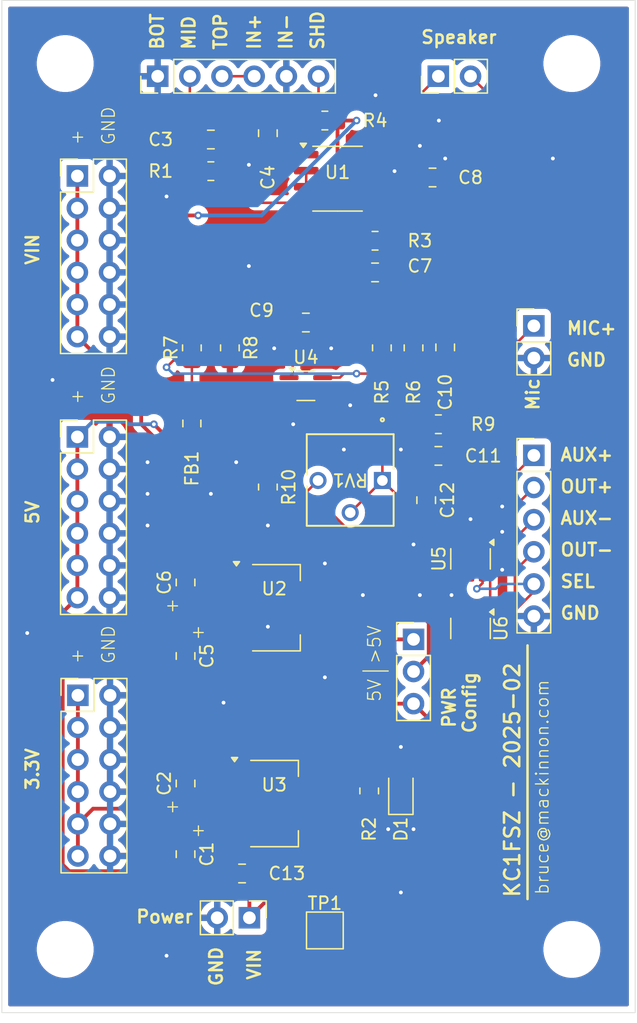
<source format=kicad_pcb>
(kicad_pcb (version 20240108) (generator "pcbnew") (generator_version "8.0")
  (title_block (title "Utility Board 1") (date "2025-02-17") (rev "2") (company "Bruce MacKinnon KC1FSZ") (comment 1 "Copyright (C) Bruce MacKinnon, 2025") (comment 2 "NOT FOR COMMERCIAL USE"))
  (layers (0 "F.Cu" signal) (31 "B.Cu" signal) (34 "B.Paste" user) (35 "F.Paste" user) (36 "B.SilkS" user "B.Silkscreen") (37 "F.SilkS" user "F.Silkscreen") (38 "B.Mask" user) (39 "F.Mask" user) (44 "Edge.Cuts" user))
  (net 0 "")
  (net 1 "+5V")
  (net 2 "GND")
  (net 3 "+3V3")
  (net 4 "Net-(J5-Pin_2)")
  (net 5 "Net-(C3-Pad2)")
  (net 6 "Net-(U1-+IN)")
  (net 7 "+BATT")
  (net 8 "Net-(J2-Pin_1)")
  (net 9 "Net-(J4-Pin_2)")
  (net 10 "Net-(U1--IN)")
  (net 11 "Net-(U4-IN+)")
  (net 12 "Net-(J6-Pin_1)")
  (net 13 "Net-(C10-Pad2)")
  (net 14 "Net-(C11-Pad2)")
  (net 15 "Net-(U4-IN-)")
  (net 16 "AI_OUT")
  (net 17 "Net-(D1-A)")
  (net 18 "+5VA")
  (net 19 "Net-(J4-Pin_1)")
  (net 20 "Net-(R10-Pad2)")
  (net 21 "Net-(J5-Pin_3)")
  (net 22 "Net-(J5-Pin_6)")
  (net 23 "AUX_SEL")
  (net 24 "AUX+")
  (net 25 "OUT+")
  (net 26 "OUT-")
  (net 27 "AUX-")
  (footprint "Capacitor_SMD:C_0805_2012Metric_Pad1.18x1.45mm_HandSolder" (layer "F.Cu") (at 136 99 -90)
    (property "Reference" "C12")
    (property "Value" "100pF")
  )
  (footprint "bruce-footprints:CPOL_0805_2012Metric_Pad1.18x1.45mm_HandSolder" (layer "F.Cu") (at 117 126.975 -90)
    (property "Reference" "C1")
    (property "Value" "10u")
  )
  (footprint "Connector_PinHeader_2.54mm:PinHeader_1x06_P2.54mm_Vertical" (layer "F.Cu") (at 114.8 65.5 90)
    (property "Reference" "J5" (hide yes))
    (property "Value" "Conn_01x06")
  )
  (footprint "Resistor_SMD:R_0805_2012Metric_Pad1.20x1.40mm_HandSolder" (layer "F.Cu") (at 119 73)
    (property "Reference" "R1")
    (property "Value" "20k")
  )
  (footprint "Resistor_SMD:R_0805_2012Metric_Pad1.20x1.40mm_HandSolder" (layer "F.Cu") (at 131.5 121.975 90)
    (property "Reference" "R2")
    (property "Value" "100")
  )
  (footprint "Resistor_SMD:R_0805_2012Metric_Pad1.20x1.40mm_HandSolder" (layer "F.Cu") (at 128 69 180)
    (property "Reference" "R4")
    (property "Value" "1k")
  )
  (footprint "Connector_PinHeader_2.54mm:PinHeader_1x06_P2.54mm_Vertical" (layer "F.Cu") (at 144.5 95.46)
    (property "Reference" "J3" (hide yes))
    (property "Value" "Conn_01x06")
  )
  (footprint "Capacitor_SMD:C_0805_2012Metric_Pad1.18x1.45mm_HandSolder" (layer "F.Cu") (at 126.5 84.9625 180)
    (property "Reference" "C9")
    (property "Value" "0.01uF")
  )
  (footprint "Inductor_SMD:L_0805_2012Metric_Pad1.15x1.40mm_HandSolder" (layer "F.Cu") (at 117.5 92.9375 90)
    (property "Reference" "FB1")
    (property "Value" "FerriteBead")
  )
  (footprint "Resistor_SMD:R_0805_2012Metric_Pad1.20x1.40mm_HandSolder" (layer "F.Cu") (at 136.9625 93)
    (property "Reference" "R9")
    (property "Value" "1k")
  )
  (footprint "Capacitor_SMD:C_0805_2012Metric_Pad1.18x1.45mm_HandSolder" (layer "F.Cu") (at 136.9625 95.5 180)
    (property "Reference" "C11")
    (property "Value" "10uF")
  )
  (footprint "MountingHole:MountingHole_4mm" (layer "F.Cu") (at 147.5 134.5)
    (property "Reference" "H4" (hide yes))
    (property "Value" "MountingHole")
  )
  (footprint "Capacitor_SMD:C_0805_2012Metric_Pad1.18x1.45mm_HandSolder" (layer "F.Cu") (at 136.5 73.5)
    (property "Reference" "C8")
    (property "Value" "0.1uF")
  )
  (footprint "bruce-footprints:CPOL_0805_2012Metric_Pad1.18x1.45mm_HandSolder" (layer "F.Cu") (at 117 121.386 90)
    (property "Reference" "C2")
    (property "Value" "10u")
  )
  (footprint "Connector_PinHeader_2.54mm:PinHeader_2x06_P2.54mm_Vertical" (layer "F.Cu") (at 108.5 114.42)
    (property "Reference" "J8" (hide yes))
    (property "Value" "3.3V")
  )
  (footprint "Connector_PinHeader_2.54mm:PinHeader_1x03_P2.54mm_Vertical" (layer "F.Cu") (at 135 110)
    (property "Reference" "J2" (hide yes))
    (property "Value" "Conn_01x03")
  )
  (footprint "bruce-footprints:CPOL_0805_2012Metric_Pad1.18x1.45mm_HandSolder" (layer "F.Cu") (at 117 105.5 90)
    (property "Reference" "C6")
    (property "Value" "10u")
  )
  (footprint "Resistor_SMD:R_0805_2012Metric_Pad1.20x1.40mm_HandSolder" (layer "F.Cu") (at 132.5 86.9625 90)
    (property "Reference" "R5")
    (property "Value" "1k")
  )
  (footprint "Connector_PinHeader_2.54mm:PinHeader_2x06_P2.54mm_Vertical" (layer "F.Cu") (at 108.46 73.38)
    (property "Reference" "J9" (hide yes))
    (property "Value" "BATT")
  )
  (footprint "Resistor_SMD:R_0805_2012Metric_Pad1.20x1.40mm_HandSolder" (layer "F.Cu") (at 135 86.9625 -90)
    (property "Reference" "R6")
    (property "Value" "1k")
  )
  (footprint "Connector_PinHeader_2.54mm:PinHeader_1x02_P2.54mm_Vertical" (layer "F.Cu") (at 144.5 85.225)
    (property "Reference" "J6" (hide yes))
    (property "Value" "Conn_01x02")
  )
  (footprint "Connector_PinHeader_2.54mm:PinHeader_1x02_P2.54mm_Vertical" (layer "F.Cu") (at 122.04 132 -90)
    (property "Reference" "J1" (hide yes))
    (property "Value" "Conn_01x02")
  )
  (footprint "Package_TO_SOT_SMD:SOT-23-6" (layer "F.Cu") (at 139.5 103.6375 -90)
    (property "Reference" "U5")
    (property "Value" "TS5A3159ADBVR")
  )
  (footprint "Capacitor_SMD:C_0805_2012Metric_Pad1.18x1.45mm_HandSolder" (layer "F.Cu") (at 123.5 70 90)
    (property "Reference" "C4")
    (property "Value" "1.0uF")
  )
  (footprint "Resistor_SMD:R_0805_2012Metric_Pad1.20x1.40mm_HandSolder" (layer "F.Cu") (at 123.5 97.9625 -90)
    (property "Reference" "R10")
    (property "Value" "22k")
  )
  (footprint "Capacitor_SMD:C_0805_2012Metric_Pad1.18x1.45mm_HandSolder" (layer "F.Cu") (at 119 70.5 180)
    (property "Reference" "C3")
    (property "Value" "0.39uF")
  )
  (footprint "Resistor_SMD:R_0805_2012Metric_Pad1.20x1.40mm_HandSolder" (layer "F.Cu") (at 120.5 86.9625 -90)
    (property "Reference" "R8")
    (property "Value" "1M")
  )
  (footprint "Resistor_SMD:R_0805_2012Metric_Pad1.20x1.40mm_HandSolder" (layer "F.Cu") (at 131.9625 78.5)
    (property "Reference" "R3")
    (property "Value" "20k")
  )
  (footprint "Capacitor_SMD:C_0805_2012Metric_Pad1.18x1.45mm_HandSolder" (layer "F.Cu") (at 121.4625 128.5)
    (property "Reference" "C13")
    (property "Value" "0.1uF")
  )
  (footprint "Resistor_SMD:R_0805_2012Metric_Pad1.20x1.40mm_HandSolder" (layer "F.Cu") (at 117.5 86.9625 90)
    (property "Reference" "R7")
    (property "Value" "1M")
  )
  (footprint "TestPoint:TestPoint_Pad_2.5x2.5mm" (layer "F.Cu") (at 128 133)
    (property "Reference" "TP1")
    (property "Value" "TestPoint")
  )
  (footprint "bruce-footprints:CPOL_0805_2012Metric_Pad1.18x1.45mm_HandSolder" (layer "F.Cu") (at 117 111.314 -90)
    (property "Reference" "C5")
    (property "Value" "10u")
  )
  (footprint "Connector_PinHeader_2.54mm:PinHeader_2x06_P2.54mm_Vertical" (layer "F.Cu") (at 108.46 94)
    (property "Reference" "J7" (hide yes))
    (property "Value" "5V")
  )
  (footprint "MountingHole:MountingHole_4mm" (layer "F.Cu") (at 107.5 134.5)
    (property "Reference" "H3" (hide yes))
    (property "Value" "MountingHole")
  )
  (footprint "Capacitor_SMD:C_0805_2012Metric_Pad1.18x1.45mm_HandSolder" (layer "F.Cu") (at 137.5 86.925 90)
    (property "Reference" "C10")
    (property "Value" "0.1uF")
  )
  (footprint "bruce-footprints:POT_3362P" (layer "F.Cu") (at 132.54 97.4451 180)
    (property "Reference" "RV1")
    (property "Value" "100k")
  )
  (footprint "LED_SMD:LED_0805_2012Metric_Pad1.15x1.40mm_HandSolder" (layer "F.Cu") (at 134 121.975 90)
    (property "Reference" "D1")
    (property "Value" "Red")
  )
  (footprint "Package_TO_SOT_SMD:SOT-223-3_TabPin2" (layer "F.Cu") (at 124 122.975)
    (property "Reference" "U3")
    (property "Value" "NCP1117-3.3_SOT223")
  )
  (footprint "Package_TO_SOT_SMD:SOT-223-3_TabPin2" (layer "F.Cu") (at 124.15 107.5)
    (property "Reference" "U2")
    (property "Value" "NCP1117-5.0_SOT223")
  )
  (footprint "Package_TO_SOT_SMD:SOT-353_SC-70-5_Handsoldering" (layer "F.Cu") (at 126.5 89.9625)
    (property "Reference" "U4")
    (property "Value" "MAX4466EXK")
  )
  (footprint "MountingHole:MountingHole_4mm" (layer "F.Cu") (at 147.5 64.5)
    (property "Reference" "H2" (hide yes))
    (property "Value" "MountingHole")
  )
  (footprint "Package_SO:SOIC-8_3.9x4.9mm_P1.27mm" (layer "F.Cu") (at 129 73.595)
    (property "Reference" "U1")
    (property "Value" "~")
  )
  (footprint "MountingHole:MountingHole_4mm" (layer "F.Cu") (at 107.5 64.5)
    (property "Reference" "H1" (hide yes))
    (property "Value" "MountingHole")
  )
  (footprint "Capacitor_SMD:C_0805_2012Metric_Pad1.18x1.45mm_HandSolder" (layer "F.Cu") (at 131.9625 81 180)
    (property "Reference" "C7")
    (property "Value" "NC")
  )
  (footprint "Connector_PinHeader_2.54mm:PinHeader_1x02_P2.54mm_Vertical" (layer "F.Cu") (at 136.96 65.5 90)
    (property "Reference" "J4" (hide yes))
    (property "Value" "Conn_01x02")
  )
  (footprint "Package_TO_SOT_SMD:SOT-23-6" (layer "F.Cu") (at 139.5 109.1375 -90)
    (property "Reference" "U6")
    (property "Value" "TS5A3159ADBVR")
  )
  (gr_line (start 144 130.52) (end 144 110.48) (stroke (width 0.2)) (layer "F.SilkS"))
  (gr_line (start 131 112.5) (end 133 112.5) (stroke (width 0.1)) (layer "F.SilkS"))
  (gr_rect (start 102.5 59.5) (end 152.5 139.5) (stroke (width 0.05)) (fill none) (layer "Edge.Cuts"))
  (gr_text "SEL" (at 146.5 106 0) (layer "F.SilkS") (effects (font (size 1 1) (thickness 0.2) (bold yes)) (justify left bottom)))
  (gr_text "AUX+" (at 146.5 96 0) (layer "F.SilkS") (effects (font (size 1 1) (thickness 0.2) (bold yes)) (justify left bottom)))
  (gr_text "GND" (at 147 88.5 0) (layer "F.SilkS") (effects (font (size 1 1) (thickness 0.2) (bold yes)) (justify left bottom)))
  (gr_text "BOT" (at 115.34 63.5 90) (layer "F.SilkS") (effects (font (size 1 1) (thickness 0.2) (bold yes)) (justify left bottom)))
  (gr_text "VIN" (at 123 137 90) (layer "F.SilkS") (effects (font (size 1 1) (thickness 0.2) (bold yes)) (justify left bottom)))
  (gr_text "+" (at 109 112 90) (layer "F.SilkS") (effects (font (size 1 1) (thickness 0.1)) (justify left bottom)))
  (gr_text "SHD" (at 128 63.5 90) (layer "F.SilkS") (effects (font (size 1 1) (thickness 0.2) (bold yes)) (justify left bottom)))
  (gr_text "TOP" (at 120.34 63.5 90) (layer "F.SilkS") (effects (font (size 1 1) (thickness 0.2) (bold yes)) (justify left bottom)))
  (gr_text "KC1FSZ - 2025-02" (at 143.5 130.5 90) (layer "F.SilkS") (effects (font (size 1.2 1.2) (thickness 0.2) (bold yes)) (justify left bottom)))
  (gr_text "5V" (at 132.5 115 90) (layer "F.SilkS") (effects (font (size 1 1) (thickness 0.1)) (justify left bottom)))
  (gr_text "PWR \nConfig" (at 140 115 90) (layer "F.SilkS") (effects (font (size 1 1) (thickness 0.2) (bold yes)) (justify bottom)))
  (gr_text "Power" (at 113 132.5 0) (layer "F.SilkS") (effects (font (size 1 1) (thickness 0.2) (bold yes)) (justify left bottom)))
  (gr_text "GND" (at 146.5 108.5 0) (layer "F.SilkS") (effects (font (size 1 1) (thickness 0.2) (bold yes)) (justify left bottom)))
  (gr_text "3.3V" (at 105.5 122 90) (layer "F.SilkS") (effects (font (size 1 1) (thickness 0.2) (bold yes)) (justify left bottom)))
  (gr_text "MIC+" (at 147 86 0) (layer "F.SilkS") (effects (font (size 1 1) (thickness 0.2) (bold yes)) (justify left bottom)))
  (gr_text "VIN" (at 105.5 80.5 90) (layer "F.SilkS") (effects (font (size 1 1) (thickness 0.2) (bold yes)) (justify left bottom)))
  (gr_text ">5V" (at 132.5 112 90) (layer "F.SilkS") (effects (font (size 1 1) (thickness 0.1)) (justify left bottom)))
  (gr_text "IN+" (at 123 63.5 90) (layer "F.SilkS") (effects (font (size 1 1) (thickness 0.2) (bold yes)) (justify left bottom)))
  (gr_text "OUT-" (at 146.5 103.5 0) (layer "F.SilkS") (effects (font (size 1 1) (thickness 0.2) (bold yes)) (justify left bottom)))
  (gr_text "5V" (at 105.5 101 90) (layer "F.SilkS") (effects (font (size 1 1) (thickness 0.2) (bold yes)) (justify left bottom)))
  (gr_text "GND" (at 111.5 71 90) (layer "F.SilkS") (effects (font (size 1 1) (thickness 0.1)) (justify left bottom)))
  (gr_text "GND" (at 111.5 112 90) (layer "F.SilkS") (effects (font (size 1 1) (thickness 0.1)) (justify left bottom)))
  (gr_text "GND" (at 120 137.5 90) (layer "F.SilkS") (effects (font (size 1 1) (thickness 0.2) (bold yes)) (justify left bottom)))
  (gr_text "Speaker" (at 135.5 63 0) (layer "F.SilkS") (effects (font (size 1 1) (thickness 0.2) (bold yes)) (justify left bottom)))
  (gr_text "MID" (at 117.84 63.5 90) (layer "F.SilkS") (effects (font (size 1 1) (thickness 0.2) (bold yes)) (justify left bottom)))
  (gr_text "Mic" (at 145 92 90) (layer "F.SilkS") (effects (font (size 1 1) (thickness 0.2) (bold yes)) (justify left bottom)))
  (gr_text "OUT+" (at 146.5 98.5 0) (layer "F.SilkS") (effects (font (size 1 1) (thickness 0.2) (bold yes)) (justify left bottom)))
  (gr_text "bruce@mackinnon.com" (at 145.75 130.25 90) (layer "F.SilkS") (effects (font (size 1 1) (thickness 0.1)) (justify left bottom)))
  (gr_text "IN-" (at 125.5 63.5 90) (layer "F.SilkS") (effects (font (size 1 1) (thickness 0.2) (bold yes)) (justify left bottom)))
  (gr_text "AUX-" (at 146.5 101 0) (layer "F.SilkS") (effects (font (size 1 1) (thickness 0.2) (bold yes)) (justify left bottom)))
  (gr_text "+" (at 109 91.5 90) (layer "F.SilkS") (effects (font (size 1 1) (thickness 0.1)) (justify left bottom)))
  (gr_text "GND" (at 111.5 91.5 90) (layer "F.SilkS") (effects (font (size 1 1) (thickness 0.1)) (justify left bottom)))
  (gr_text "+" (at 109 71 90) (layer "F.SilkS") (effects (font (size 1 1) (thickness 0.1)) (justify left bottom)))
  (segment (start 120.85 125.275) (end 120.85 125.15) (width 0.3) (layer "F.Cu") (net 1))
  (segment (start 117.5 101.5) (end 117.5 93.9625) (width 0.3) (layer "F.Cu") (net 1))
  (segment (start 107.3 107.86) (end 108.46 106.7) (width 0.3) (layer "F.Cu") (net 1))
  (segment (start 114.541 128.32) (end 107.82 128.32) (width 0.3) (layer "F.Cu") (net 1))
  (segment (start 130 102.5) (end 118.5 102.5) (width 0.3) (layer "F.Cu") (net 1))
  (segment (start 136.2 108.7) (end 130 102.5) (width 0.3) (layer "F.Cu") (net 1))
  (segment (start 117 125.861) (end 114.541 128.32) (width 0.3) (layer "F.Cu") (net 1))
  (segment (start 113.5 89.9625) (end 113.5 80) (width 0.3) (layer "F.Cu") (net 1))
  (segment (start 107.82 128.32) (end 107.3 127.8) (width 0.3) (layer "F.Cu") (net 1))
  (segment (start 108.46 106.7) (end 108.46 104.16) (width 0.3) (layer "F.Cu") (net 1))
  (segment (start 108.46 101.62) (end 108.46 99.08) (width 0.3) (layer "F.Cu") (net 1))
  (segment (start 131.475 74.23) (end 130.500001 74.23) (width 0.3) (layer "F.Cu") (net 1))
  (segment (start 117 125.861) (end 120.264 125.861) (width 0.3) (layer "F.Cu") (net 1))
  (segment (start 120.264 125.861) (end 120.85 125.275) (width 0.3) (layer "F.Cu") (net 1))
  (segment (start 120.85 125.275) (end 120.85 125.000306) (width 0.3) (layer "F.Cu") (net 1))
  (segment (start 108.46 104.16) (end 108.46 101.62) (width 0.3) (layer "F.Cu") (net 1))
  (segment (start 117.5 93.9625) (end 113.5 89.9625) (width 0.3) (layer "F.Cu") (net 1))
  (segment (start 131.475 74.23) (end 134.7325 74.23) (width 0.3) (layer "F.Cu") (net 1))
  (segment (start 129 72.729999) (end 129 69) (width 0.3) (layer "F.Cu") (net 1))
  (segment (start 118 76.5) (end 117 76.5) (width 0.3) (layer "F.Cu") (net 1))
  (segment (start 131.058738 74.23) (end 131.475 74.23) (width 0.3) (layer "F.Cu") (net 1))
  (segment (start 117.26875 93.73125) (end 115.23125 93.73125) (width 0.3) (layer "F.Cu") (net 1))
  (segment (start 129 69) (end 130.5 69) (width 0.3) (layer "F.Cu") (net 1))
  (segment (start 134.7325 74.23) (end 135.4625 73.5) (width 0.3) (layer "F.Cu") (net 1))
  (segment (start 113.5 80) (end 117 76.5) (width 0.3) (layer "F.Cu") (net 1))
  (segment (start 117.5 93.9625) (end 117.26875 93.73125) (width 0.3) (layer "F.Cu") (net 1))
  (segment (start 130.500001 74.23) (end 129 72.729999) (width 0.3) (layer "F.Cu") (net 1))
  (segment (start 135 112.54) (end 136.2 111.34) (width 0.3) (layer "F.Cu") (net 1))
  (segment (start 115.23125 93.73125) (end 114.5 93) (width 0.3) (layer "F.Cu") (net 1))
  (segment (start 118.5 102.5) (end 117.5 101.5) (width 0.3) (layer "F.Cu") (net 1))
  (segment (start 108.46 99.08) (end 108.46 96.54) (width 0.3) (layer "F.Cu") (net 1))
  (segment (start 108.46 96.54) (end 108.46 94) (width 0.3) (layer "F.Cu") (net 1))
  (segment (start 136.2 111.34) (end 136.2 108.7) (width 0.3) (layer "F.Cu") (net 1))
  (segment (start 107.3 127.8) (end 107.3 107.86) (width 0.3) (layer "F.Cu") (net 1))
  (via (at 118 76.5) (size 0.6) (drill 0.3) (layers "F.Cu" "B.Cu") (net 1))
  (via (at 130.5 69) (size 0.6) (drill 0.3) (layers "F.Cu" "B.Cu") (net 1))
  (via (at 114.5 93) (size 0.6) (drill 0.3) (layers "F.Cu" "B.Cu") (net 1))
  (segment (start 112.5 93) (end 112.3 92.8) (width 0.3) (layer "B.Cu") (net 1))
  (segment (start 108.46 94) (end 109.66 92.8) (width 0.3) (layer "B.Cu") (net 1))
  (segment (start 114.5 93) (end 112.5 93) (width 0.3) (layer "B.Cu") (net 1))
  (segment (start 109.66 92.8) (end 112.3 92.8) (width 0.3) (layer "B.Cu") (net 1))
  (segment (start 130.5 69) (end 123 76.5) (width 0.3) (layer "B.Cu") (net 1))
  (segment (start 123 76.5) (end 118 76.5) (width 0.3) (layer "B.Cu") (net 1))
  (segment (start 133.46 72.96) (end 133.5 73) (width 0.2) (layer "F.Cu") (net 2))
  (segment (start 137.5375 73.5) (end 137.5375 72.0375) (width 0.2) (layer "F.Cu") (net 2))
  (segment (start 137.5375 72.0375) (end 137.5 72) (width 0.2) (layer "F.Cu") (net 2))
  (segment (start 139.5 102.5) (end 139.5 100.5) (width 0.2) (layer "F.Cu") (net 2))
  (segment (start 138 95.5) (end 137.9625 95.4625) (width 0.2) (layer "F.Cu") (net 2))
  (segment (start 131.475 72.96) (end 133.46 72.96) (width 0.2) (layer "F.Cu") (net 2))
  (segment (start 138 96) (end 138 95.5) (width 0.2) (layer "F.Cu") (net 2))
  (segment (start 120.5375 89.9625) (end 120.5 90) (width 0.2) (layer "F.Cu") (net 2))
  (segment (start 125.17 89.9625) (end 120.5375 89.9625) (width 0.2) (layer "F.Cu") (net 2))
  (segment (start 120.5 90) (end 120.5 87.9625) (width 0.2) (layer "F.Cu") (net 2))
  (via (at 135.5 71) (size 0.6) (drill 0.3) (layers "F.Cu" "B.Cu") (net 2))
  (via (at 114 101) (size 0.6) (drill 0.3) (layers "F.Cu" "B.Cu") (net 2))
  (via (at 119 98.5) (size 0.6) (drill 0.3) (layers "F.Cu" "B.Cu") (net 2))
  (via (at 146 72) (size 0.6) (drill 0.3) (layers "F.Cu" "B.Cu") (net 2))
  (via (at 115.5 135) (size 0.6) (drill 0.3) (layers "F.Cu" "B.Cu") (net 2))
  (via (at 137.5 72) (size 0.6) (drill 0.3) (layers "F.Cu" "B.Cu") (net 2))
  (via (at 135.5 106.5) (size 0.6) (drill 0.3) (layers "F.Cu" "B.Cu") (net 2))
  (via (at 142 101.5) (size 0.6) (drill 0.3) (layers "F.Cu" "B.Cu") (net 2))
  (via (at 122 80.5) (size 0.6) (drill 0.3) (layers "F.Cu" "B.Cu") (net 2))
  (via (at 128.5 87) (size 0.6) (drill 0.3) (layers "F.Cu" "B.Cu") (net 2))
  (via (at 133 125) (size 0.6) (drill 0.3) (layers "F.Cu" "B.Cu") (net 2))
  (via (at 142 99.5) (size 0.6) (drill 0.3) (layers "F.Cu" "B.Cu") (net 2))
  (via (at 120 115) (size 0.6) (drill 0.3) (layers "F.Cu" "B.Cu") (net 2))
  (via (at 138 106.5) (size 0.6) (drill 0.3) (layers "F.Cu" "B.Cu") (net 2))
  (via (at 124 87) (size 0.6) (drill 0.3) (layers "F.Cu" "B.Cu") (net 2))
  (via (at 106.5 89.5) (size 0.6) (drill 0.3) (layers "F.Cu" "B.Cu") (net 2))
  (via (at 135 102.5) (size 0.6) (drill 0.3) (layers "F.Cu" "B.Cu") (net 2))
  (via (at 139.5 100.5) (size 0.6) (drill 0.3) (layers "F.Cu" "B.Cu") (net 2))
  (via (at 121 96) (size 0.6) (drill 0.3) (layers "F.Cu" "B.Cu") (net 2))
  (via (at 114 98.5) (size 0.6) (drill 0.3) (layers "F.Cu" "B.Cu") (net 2))
  (via (at 115.5 75) (size 0.6) (drill 0.3) (layers "F.Cu" "B.Cu") (net 2))
  (via (at 132 67) (size 0.6) (drill 0.3) (layers "F.Cu" "B.Cu") (net 2))
  (via (at 130 91.5) (size 0.6) (drill 0.3) (layers "F.Cu" "B.Cu") (net 2))
  (via (at 123.5 109) (size 0.6) (drill 0.3) (layers "F.Cu" "B.Cu") (net 2))
  (via (at 122 72.5) (size 0.6) (drill 0.3) (layers "F.Cu" "B.Cu") (net 2))
  (via (at 104.5 109.5) (size 0.6) (drill 0.3) (layers "F.Cu" "B.Cu") (net 2))
  (via (at 131 106.5) (size 0.6) (drill 0.3) (layers "F.Cu" "B.Cu") (net 2))
  (via (at 125.5 93) (size 0.6) (drill 0.3) (layers "F.Cu" "B.Cu") (net 2))
  (via (at 137 69) (size 0.6) (drill 0.3) (layers "F.Cu" "B.Cu") (net 2))
  (via (at 134 118.5) (size 0.6) (drill 0.3) (layers "F.Cu" "B.Cu") (net 2))
  (via (at 134 95) (size 0.6) (drill 0.3) (layers "F.Cu" "B.Cu") (net 2))
  (via (at 135 125) (size 0.6) (drill 0.3) (layers "F.Cu" "B.Cu") (net 2))
  (via (at 114 96) (size 0.6) (drill 0.3) (layers "F.Cu" "B.Cu") (net 2))
  (via (at 133.5 73) (size 0.6) (drill 0.3) (layers "F.Cu" "B.Cu") (net 2))
  (via (at 128 104) (size 0.6) (drill 0.3) (layers "F.Cu" "B.Cu") (net 2))
  (via (at 134 130) (size 0.6) (drill 0.3) (layers "F.Cu" "B.Cu") (net 2))
  (via (at 123.5 101) (size 0.6) (drill 0.3) (layers "F.Cu" "B.Cu") (net 2))
  (via (at 129.5 95) (size 0.6) (drill 0.3) (layers "F.Cu" "B.Cu") (net 2))
  (via (at 128 113) (size 0.6) (drill 0.3) (layers "F.Cu" "B.Cu") (net 2))
  (via (at 142 104.5) (size 0.6) (drill 0.3) (layers "F.Cu" "B.Cu") (net 2))
  (segment (start 120.85 122.975) (end 127.15 122.975) (width 0.3) (layer "F.Cu") (net 3))
  (segment (start 117 123.38) (end 109.7 123.38) (width 0.3) (layer "F.Cu") (net 3))
  (segment (start 108.5 116.96) (end 108.5 114.42) (width 0.3) (layer "F.Cu") (net 3))
  (segment (start 108.5 124.58) (end 108.5 122.04) (width 0.3) (layer "F.Cu") (net 3))
  (segment (start 120.85 122.975) (end 120.445 123.38) (width 0.3) (layer "F.Cu") (net 3))
  (segment (start 117 123.38) (end 117 122.5) (width 0.3) (layer "F.Cu") (net 3))
  (segment (start 108.5 119.5) (end 108.5 116.96) (width 0.3) (layer "F.Cu") (net 3))
  (segment (start 127.15 122.975) (end 131.5 122.975) (width 0.3) (layer "F.Cu") (net 3))
  (segment (start 120.445 123.38) (end 117 123.38) (width 0.3) (layer "F.Cu") (net 3))
  (segment (start 108.5 127.12) (end 108.5 124.58) (width 0.3) (layer "F.Cu") (net 3))
  (segment (start 109.7 123.38) (end 108.5 124.58) (width 0.3) (layer "F.Cu") (net 3))
  (segment (start 108.5 122.04) (end 108.5 119.5) (width 0.3) (layer "F.Cu") (net 3))
  (segment (start 117.34 65.5) (end 117.34 67.8025) (width 0.2) (layer "F.Cu") (net 4))
  (segment (start 117.34 67.8025) (end 120.0375 70.5) (width 0.2) (layer "F.Cu") (net 4))
  (segment (start 118 70.5375) (end 117.9625 70.5) (width 0.2) (layer "F.Cu") (net 5))
  (segment (start 118 73) (end 118 70.5375) (width 0.2) (layer "F.Cu") (net 5))
  (segment (start 126.525 74.23) (end 126.525 72.96) (width 0.2) (layer "F.Cu") (net 6))
  (segment (start 123.5 71.0375) (end 125.4225 72.96) (width 0.2) (layer "F.Cu") (net 6))
  (segment (start 125.4225 72.96) (end 126.525 72.96) (width 0.2) (layer "F.Cu") (net 6))
  (segment (start 113.5 93) (end 113.5 91.12) (width 0.3) (layer "F.Cu") (net 7))
  (segment (start 108.46 73.38) (end 108.46 75.92) (width 0.3) (layer "F.Cu") (net 7))
  (segment (start 126.54 127.5) (end 137.5 127.5) (width 0.3) (layer "F.Cu") (net 7))
  (segment (start 122.04 130.115) (end 120.425 128.5) (width 0.3) (layer "F.Cu") (net 7))
  (segment (start 117 110.2) (end 115.925 109.125) (width 0.3) (layer "F.Cu") (net 7))
  (segment (start 122.04 132) (end 126.54 127.5) (width 0.3) (layer "F.Cu") (net 7))
  (segment (start 121 109.8) (end 126.28 115.08) (width 0.3) (layer "F.Cu") (net 7))
  (segment (start 137.5 127.5) (end 137.5 117.58) (width 0.3) (layer "F.Cu") (net 7))
  (segment (start 117 110.2) (end 120.6 110.2) (width 0.3) (layer "F.Cu") (net 7))
  (segment (start 122.04 132) (end 122.04 130.115) (width 0.3) (layer "F.Cu") (net 7))
  (segment (start 115.925 109.125) (end 115.925 95.425) (width 0.3) (layer "F.Cu") (net 7))
  (segment (start 108.46 81) (end 108.46 83.54) (width 0.3) (layer "F.Cu") (net 7))
  (segment (start 108.46 78.46) (end 108.46 81) (width 0.3) (layer "F.Cu") (net 7))
  (segment (start 108.46 75.92) (end 108.46 78.46) (width 0.3) (layer "F.Cu") (net 7))
  (segment (start 113.5 91.12) (end 108.46 86.08) (width 0.3) (layer "F.Cu") (net 7))
  (segment (start 137.5 117.58) (end 135 115.08) (width 0.3) (layer "F.Cu") (net 7))
  (segment (start 126.28 115.08) (end 135 115.08) (width 0.3) (layer "F.Cu") (net 7))
  (segment (start 115.925 95.425) (end 113.5 93) (width 0.3) (layer "F.Cu") (net 7))
  (segment (start 120.6 110.2) (end 121 109.8) (width 0.3) (layer "F.Cu") (net 7))
  (segment (start 108.46 83.54) (end 108.46 86.08) (width 0.3) (layer "F.Cu") (net 7))
  (segment (start 127.3 107.5) (end 129.8 110) (width 0.3) (layer "F.Cu") (net 8))
  (segment (start 129.8 110) (end 135 110) (width 0.3) (layer "F.Cu") (net 8))
  (segment (start 120.114 106.614) (end 121 107.5) (width 0.3) (layer "F.Cu") (net 8))
  (segment (start 121 107.5) (end 127.3 107.5) (width 0.3) (layer "F.Cu") (net 8))
  (segment (start 117 106.614) (end 120.114 106.614) (width 0.3) (layer "F.Cu") (net 8))
  (segment (start 141.5 67) (end 141 67) (width 0.2) (layer "F.Cu") (net 9))
  (segment (start 141.2375 75.7625) (end 141.5 75.5) (width 0.2) (layer "F.Cu") (net 9))
  (segment (start 131.7375 75.7625) (end 141.2375 75.7625) (width 0.2) (layer "F.Cu") (net 9))
  (segment (start 141.5 75.5) (end 141.5 67) (width 0.2) (layer "F.Cu") (net 9))
  (segment (start 132.9625 76.9875) (end 131.475 75.5) (width 0.2) (layer "F.Cu") (net 9))
  (segment (start 132.9625 78.5) (end 132.9625 76.9875) (width 0.2) (layer "F.Cu") (net 9))
  (segment (start 131.475 75.5) (end 131.7375 75.7625) (width 0.2) (layer "F.Cu") (net 9))
  (segment (start 133 78.5375) (end 132.9625 78.5) (width 0.2) (layer "F.Cu") (net 9))
  (segment (start 133 81) (end 133 78.5375) (width 0.2) (layer "F.Cu") (net 9))
  (segment (start 141 67) (end 139.5 65.5) (width 0.2) (layer "F.Cu") (net 9))
  (segment (start 129.525 78.5) (end 126.525 75.5) (width 0.2) (layer "F.Cu") (net 10))
  (segment (start 120 73) (end 122.5 75.5) (width 0.2) (layer "F.Cu") (net 10))
  (segment (start 130.925 81) (end 130.925 78.5375) (width 0.2) (layer "F.Cu") (net 10))
  (segment (start 130.9625 78.5) (end 129.525 78.5) (width 0.2) (layer "F.Cu") (net 10))
  (segment (start 122.5 75.5) (end 126.525 75.5) (width 0.2) (layer "F.Cu") (net 10))
  (segment (start 130.925 78.5375) (end 130.9625 78.5) (width 0.2) (layer "F.Cu") (net 10))
  (segment (start 117.5 85.9625) (end 120.5 85.9625) (width 0.2) (layer "F.Cu") (net 11))
  (segment (start 125.4625 89.02) (end 125.17 89.3125) (width 0.2) (layer "F.Cu") (net 11))
  (segment (start 125.4625 84.9625) (end 125.4625 89.02) (width 0.2) (layer "F.Cu") (net 11))
  (segment (start 121.5375 84.9625) (end 125.4625 84.9625) (width 0.2) (layer "F.Cu") (net 11))
  (segment (start 120.5 85.9625) (end 120.5375 85.9625) (width 0.2) (layer "F.Cu") (net 11))
  (segment (start 120.5375 85.9625) (end 121.5375 84.9625) (width 0.2) (layer "F.Cu") (net 11))
  (segment (start 135 87.9625) (end 134.0375 87) (width 0.2) (layer "F.Cu") (net 12))
  (segment (start 128.4625 84.9625) (end 127.5375 84.9625) (width 0.2) (layer "F.Cu") (net 12))
  (segment (start 130.5 87) (end 128.4625 84.9625) (width 0.2) (layer "F.Cu") (net 12))
  (segment (start 135 87.9625) (end 136.1 86.8625) (width 0.2) (layer "F.Cu") (net 12))
  (segment (start 142.8625 86.8625) (end 144.5 85.225) (width 0.2) (layer "F.Cu") (net 12))
  (segment (start 136.1 86.8625) (end 142.8625 86.8625) (width 0.2) (layer "F.Cu") (net 12))
  (segment (start 134.0375 87) (end 130.5 87) (width 0.2) (layer "F.Cu") (net 12))
  (segment (start 132.5 85.9625) (end 135 85.9625) (width 0.2) (layer "F.Cu") (net 13))
  (segment (start 135.5375 85.8875) (end 137.5 85.8875) (width 0.2) (layer "F.Cu") (net 13))
  (segment (start 135.4625 85.9625) (end 135.5375 85.8875) (width 0.2) (layer "F.Cu") (net 13))
  (segment (start 135 85.9625) (end 135.4625 85.9625) (width 0.2) (layer "F.Cu") (net 13))
  (segment (start 135.925 95.0375) (end 137.9625 93) (width 0.2) (layer "F.Cu") (net 14))
  (segment (start 135.925 95.5) (end 135.925 95.0375) (width 0.2) (layer "F.Cu") (net 14))
  (segment (start 126.511544 90.6125) (end 125.17 90.6125) (width 0.2) (layer "F.Cu") (net 15))
  (segment (start 126.562022 90.562022) (end 126.511544 90.6125) (width 0.2) (layer "F.Cu") (net 15))
  (segment (start 133 93) (end 130 90) (width 0.2) (layer "F.Cu") (net 15))
  (segment (start 135.0375 93.925) (end 135.0375 97) (width 0.2) (layer "F.Cu") (net 15))
  (segment (start 127.124044 90) (end 126.562022 90.562022) (width 0.2) (layer "F.Cu") (net 15))
  (segment (start 135.9625 93) (end 135.0375 93.925) (width 0.2) (layer "F.Cu") (net 15))
  (segment (start 123.5 92.2825) (end 125.17 90.6125) (width 0.2) (layer "F.Cu") (net 15))
  (segment (start 123.5 96.9625) (end 123.5 92.2825) (width 0.2) (layer "F.Cu") (net 15))
  (segment (start 133 93) (end 135.9625 93) (width 0.2) (layer "F.Cu") (net 15))
  (segment (start 135.0375 97) (end 136 97.9625) (width 0.2) (layer "F.Cu") (net 15))
  (segment (start 130 90) (end 127.124044 90) (width 0.2) (layer "F.Cu") (net 15))
  (segment (start 130 99.9851) (end 132.54 97.4451) (width 0.2) (layer "F.Cu") (net 16))
  (segment (start 132.54 95.8275) (end 132.54 97.4451) (width 0.2) (layer "F.Cu") (net 16))
  (segment (start 132.7925 95.575) (end 132.54 95.8275) (width 0.2) (layer "F.Cu") (net 16))
  (segment (start 135.1324 100.0375) (end 136 100.0375) (width 0.2) (layer "F.Cu") (net 16))
  (segment (start 132.54 97.4451) (end 135.1324 100.0375) (width 0.2) (layer "F.Cu") (net 16))
  (segment (start 132.7925 95.575) (end 127.83 90.6125) (width 0.2) (layer "F.Cu") (net 16))
  (segment (start 136.0875 100.0375) (end 138.55 102.5) (width 0.2) (layer "F.Cu") (net 16))
  (segment (start 132.54 97.4451) (end 132.5549 97.4451) (width 0.2) (layer "F.Cu") (net 16))
  (segment (start 136 100.0375) (end 136.0875 100.0375) (width 0.2) (layer "F.Cu") (net 16))
  (segment (start 131.5 120.975) (end 133.975 120.975) (width 0.2) (layer "F.Cu") (net 17))
  (segment (start 133.975 120.975) (end 134 120.95) (width 0.2) (layer "F.Cu") (net 17))
  (segment (start 116.0375 87.9625) (end 115.5 88.5) (width 0.2) (layer "F.Cu") (net 18))
  (segment (start 117.5 87.9625) (end 116.0375 87.9625) (width 0.2) (layer "F.Cu") (net 18))
  (segment (start 139.15 105.478052) (end 138.890552 105.7375) (width 0.2) (layer "F.Cu") (net 18))
  (segment (start 137 111) (end 137 105.7375) (width 0.2) (layer "F.Cu") (net 18))
  (segment (start 138.890552 105.7375) (end 137 105.7375) (width 0.2) (layer "F.Cu") (net 18))
  (segment (start 128.3625 99.8625) (end 122.815256 99.8625) (width 0.2) (layer "F.Cu") (net 18))
  (segment (start 139.15 104.825001) (end 139.15 105.478052) (width 0.2) (layer "F.Cu") (net 18))
  (segment (start 138.937499 111.5) (end 137.5 111.5) (width 0.2) (layer "F.Cu") (net 18))
  (segment (start 137.5 111.5) (end 137 111) (width 0.2) (layer "F.Cu") (net 18))
  (segment (start 129.1875 89.3125) (end 127.83 89.3125) (width 0.2) (layer "F.Cu") (net 18))
  (segment (start 129.5 89) (end 129.1875 89.3125) (width 0.2) (layer "F.Cu") (net 18))
  (segment (start 118.5 92.9125) (end 117.5 91.9125) (width 0.2) (layer "F.Cu") (net 18))
  (segment (start 118.5 95.547244) (end 118.5 92.9125) (width 0.2) (layer "F.Cu") (net 18))
  (segment (start 134.2375 105.7375) (end 128.3625 99.8625) (width 0.2) (layer "F.Cu") (net 18))
  (segment (start 130.5 89) (end 131.4625 89) (width 0.2) (layer "F.Cu") (net 18))
  (segment (start 122.815256 99.8625) (end 118.5 95.547244) (width 0.2) (layer "F.Cu") (net 18))
  (segment (start 131.4625 89) (end 132.5 87.9625) (width 0.2) (layer "F.Cu") (net 18))
  (segment (start 139.5 104.775) (end 139.200001 104.775) (width 0.2) (layer "F.Cu") (net 18))
  (segment (start 139.5 110.937499) (end 138.937499 111.5) (width 0.2) (layer "F.Cu") (net 18))
  (segment (start 137 105.7375) (end 134.2375 105.7375) (width 0.2) (layer "F.Cu") (net 18))
  (segment (start 139.5 110.275) (end 139.5 110.937499) (width 0.2) (layer "F.Cu") (net 18))
  (segment (start 117.5 91.9125) (end 117.5 87.9625) (width 0.2) (layer "F.Cu") (net 18))
  (segment (start 139.200001 104.775) (end 139.15 104.825001) (width 0.2) (layer "F.Cu") (net 18))
  (segment (start 130.5 89) (end 129.5 89) (width 0.2) (layer "F.Cu") (net 18))
  (via (at 115.5 88.5) (size 0.6) (drill 0.3) (layers "F.Cu" "B.Cu") (net 18))
  (via (at 130.5 89) (size 0.6) (drill 0.3) (layers "F.Cu" "B.Cu") (net 18))
  (segment (start 115.5 88.5) (end 116 89) (width 0.2) (layer "B.Cu") (net 18))
  (segment (start 116 89) (end 130.5 89) (width 0.2) (layer "B.Cu") (net 18))
  (segment (start 131.475 71.69) (end 132.96 70.205) (width 0.2) (layer "F.Cu") (net 19))
  (segment (start 132.96 69.5) (end 136.96 65.5) (width 0.2) (layer "F.Cu") (net 19))
  (segment (start 132.96 70.205) (end 132.96 69.5) (width 0.2) (layer "F.Cu") (net 19))
  (segment (start 125.9426 98.9625) (end 127.46 97.4451) (width 0.2) (layer "F.Cu") (net 20))
  (segment (start 123.5 98.9625) (end 125.9426 98.9625) (width 0.2) (layer "F.Cu") (net 20))
  (segment (start 119.88 65.5) (end 122.42 65.5) (width 0.2) (layer "F.Cu") (net 21))
  (segment (start 127 71.215) (end 127 69) (width 0.2) (layer "F.Cu") (net 22))
  (segment (start 127.5 65.5) (end 127.5 68.5) (width 0.2) (layer "F.Cu") (net 22))
  (segment (start 127.5 68.5) (end 127 69) (width 0.2) (layer "F.Cu") (net 22))
  (segment (start 126.525 71.69) (end 127 71.215) (width 0.2) (layer "F.Cu") (net 22))
  (segment (start 140.45 105.55) (end 140 106) (width 0.2) (layer "F.Cu") (net 23))
  (segment (start 140.45 104.59) (end 140.45 104.775) (width 0.2) (layer "F.Cu") (net 23))
  (segment (start 140.45 110.275) (end 144.5 106.225) (width 0.2) (layer "F.Cu") (net 23))
  (segment (start 140.45 104.775) (end 140.45 105.55) (width 0.2) (layer "F.Cu") (net 23))
  (segment (start 144.5 106.225) (end 144.5 105.62) (width 0.2) (layer "F.Cu") (net 23))
  (via (at 140 106) (size 0.6) (drill 0.3) (layers "F.Cu" "B.Cu") (net 23))
  (segment (start 141.5 106) (end 140 106) (width 0.2) (layer "B.Cu") (net 23))
  (segment (start 144.5 105.62) (end 141.88 105.62) (width 0.2) (layer "B.Cu") (net 23))
  (segment (start 141.88 105.62) (end 141.5 106) (width 0.2) (layer "B.Cu") (net 23))
  (segment (start 140.45 102.5) (end 140.45 99.51) (width 0.2) (layer "F.Cu") (net 24))
  (segment (start 140.45 99.51) (end 144.5 95.46) (width 0.2) (layer "F.Cu") (net 24))
  (segment (start 138.55 104.775) (end 138.55 105.128052) (width 0.2) (layer "F.Cu") (net 25))
  (segment (start 138.849999 104.475001) (end 138.849999 104.121949) (width 0.2) (layer "F.Cu") (net 25))
  (segment (start 141.05 103.203052) (end 141.05 101.45) (width 0.2) (layer "F.Cu") (net 25))
  (segment (start 140.440552 103.8125) (end 141.05 103.203052) (width 0.2) (layer "F.Cu") (net 25))
  (segment (start 138.849999 104.121949) (end 139.159448 103.8125) (width 0.2) (layer "F.Cu") (net 25))
  (segment (start 138.55 104.775) (end 138.849999 104.475001) (width 0.2) (layer "F.Cu") (net 25))
  (segment (start 141.05 101.45) (end 144.5 98) (width 0.2) (layer "F.Cu") (net 25))
  (segment (start 139.159448 103.8125) (end 140.440552 103.8125) (width 0.2) (layer "F.Cu") (net 25))
  (segment (start 140.753052 109) (end 143 106.753052) (width 0.2) (layer "F.Cu") (net 26))
  (segment (start 138.55 109.612501) (end 139.162501 109) (width 0.2) (layer "F.Cu") (net 26))
  (segment (start 138.55 110.275) (end 138.55 109.612501) (width 0.2) (layer "F.Cu") (net 26))
  (segment (start 143 106.753052) (end 143 104.58) (width 0.2) (layer "F.Cu") (net 26))
  (segment (start 143 104.58) (end 144.5 103.08) (width 0.2) (layer "F.Cu") (net 26))
  (segment (start 139.162501 109) (end 140.753052 109) (width 0.2) (layer "F.Cu") (net 26))
  (segment (start 141.05 107.4) (end 141.05 103.99) (width 0.2) (layer "F.Cu") (net 27))
  (segment (start 141.05 103.99) (end 144.5 100.54) (width 0.2) (layer "F.Cu") (net 27))
  (segment (start 140.45 108) (end 141.05 107.4) (width 0.2) (layer "F.Cu") (net 27))
  (zone (net 2) (net_name "GND") (layer "F.Cu") (connect_pads (clearance 0.5)) (min_thickness 0.25) (fill yes (thermal_gap 0.5) (thermal_bridge_width 0.5))
    (polygon (pts (xy 102.5 59.5) (xy 102.5 139.5) (xy 152.5 139.5) (xy 152.5 59.5)))
  )
  (zone (net 2) (net_name "GND") (layer "B.Cu") (priority 1) (connect_pads (clearance 0.5)) (min_thickness 0.25) (fill yes (thermal_gap 0.5) (thermal_bridge_width 0.5))
    (polygon (pts (xy 102.5 59.5) (xy 102.5 139.5) (xy 152.5 139.5) (xy 152.5 59.5)))
  )
)
</source>
